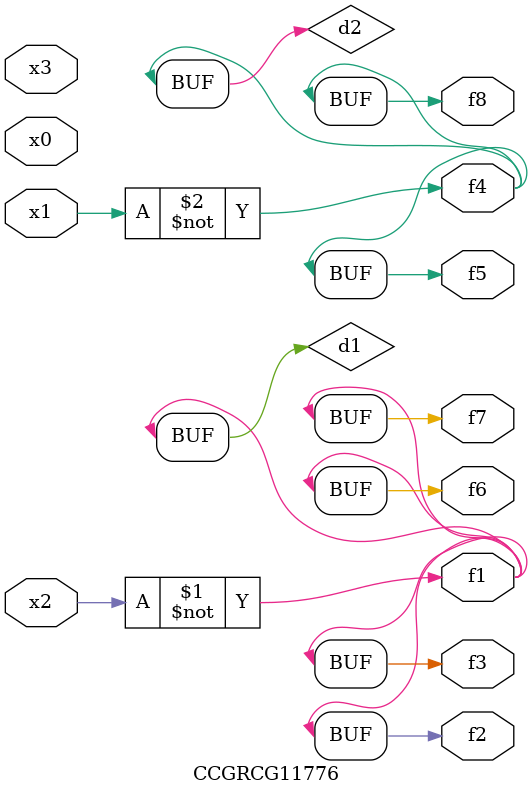
<source format=v>
module CCGRCG11776(
	input x0, x1, x2, x3,
	output f1, f2, f3, f4, f5, f6, f7, f8
);

	wire d1, d2;

	xnor (d1, x2);
	not (d2, x1);
	assign f1 = d1;
	assign f2 = d1;
	assign f3 = d1;
	assign f4 = d2;
	assign f5 = d2;
	assign f6 = d1;
	assign f7 = d1;
	assign f8 = d2;
endmodule

</source>
